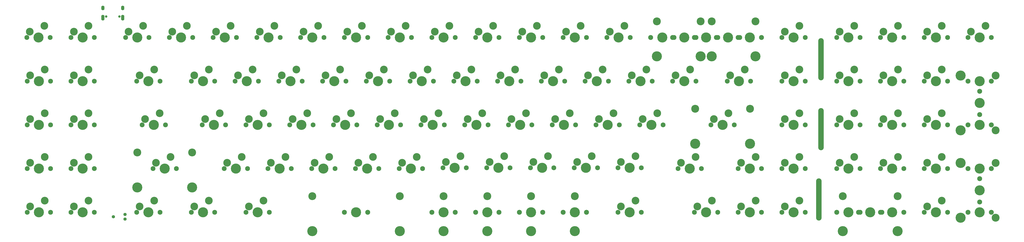
<source format=gts>
G04 #@! TF.GenerationSoftware,KiCad,Pcbnew,(5.0.0-rc2-dev-733-g23a9fcd91)*
G04 #@! TF.CreationDate,2018-05-24T07:34:15-04:00*
G04 #@! TF.ProjectId,90plus_col2row,3930706C75735F636F6C32726F772E6B,rev?*
G04 #@! TF.SameCoordinates,Original*
G04 #@! TF.FileFunction,Soldermask,Top*
G04 #@! TF.FilePolarity,Negative*
%FSLAX46Y46*%
G04 Gerber Fmt 4.6, Leading zero omitted, Abs format (unit mm)*
G04 Created by KiCad (PCBNEW (5.0.0-rc2-dev-733-g23a9fcd91)) date 05/24/18 07:34:15*
%MOMM*%
%LPD*%
G01*
G04 APERTURE LIST*
%ADD10O,2.400000X18.400000*%
%ADD11C,1.050000*%
%ADD12O,1.400000X2.000000*%
%ADD13O,1.400000X2.500000*%
%ADD14C,4.387800*%
%ADD15C,3.448000*%
%ADD16C,4.380180*%
%ADD17C,3.350000*%
%ADD18C,2.100000*%
%ADD19C,1.385520*%
%ADD20C,1.388060*%
%ADD21C,2.150000*%
G04 APERTURE END LIST*
D10*
X411956250Y-261937500D03*
X411956250Y-292417500D03*
X410990000Y-323020000D03*
D11*
X106490000Y-243260000D03*
D12*
X107920000Y-239580000D03*
X99280000Y-239580000D03*
D13*
X107920000Y-243760000D03*
D11*
X100710000Y-243260000D03*
D13*
X99280000Y-243760000D03*
D14*
X381031750Y-298767500D03*
X357155750Y-298767500D03*
D15*
X381031750Y-283527500D03*
X357155750Y-283527500D03*
D16*
X71437500Y-290512500D03*
D17*
X73977500Y-285432500D03*
X67627500Y-287972500D03*
D18*
X76517500Y-290512500D03*
X66357500Y-290512500D03*
D19*
X108900000Y-329554000D03*
X108900000Y-331586000D03*
D20*
X103820000Y-330570000D03*
D18*
X66152500Y-252412500D03*
X76312500Y-252412500D03*
D17*
X67422500Y-249872500D03*
X73772500Y-247332500D03*
D16*
X71232500Y-252412500D03*
D18*
X85407500Y-252412500D03*
X95567500Y-252412500D03*
D17*
X86677500Y-249872500D03*
X93027500Y-247332500D03*
D16*
X90487500Y-252412500D03*
X114300000Y-252412500D03*
D17*
X116840000Y-247332500D03*
X110490000Y-249872500D03*
D18*
X119380000Y-252412500D03*
X109220000Y-252412500D03*
D16*
X133350000Y-252412500D03*
D17*
X135890000Y-247332500D03*
X129540000Y-249872500D03*
D18*
X138430000Y-252412500D03*
X128270000Y-252412500D03*
D16*
X152400000Y-252412500D03*
D17*
X154940000Y-247332500D03*
X148590000Y-249872500D03*
D18*
X157480000Y-252412500D03*
X147320000Y-252412500D03*
D16*
X171450000Y-252412500D03*
D17*
X173990000Y-247332500D03*
X167640000Y-249872500D03*
D18*
X176530000Y-252412500D03*
X166370000Y-252412500D03*
D16*
X190500000Y-252412500D03*
D17*
X193040000Y-247332500D03*
X186690000Y-249872500D03*
D18*
X195580000Y-252412500D03*
X185420000Y-252412500D03*
D16*
X209550000Y-252412500D03*
D17*
X212090000Y-247332500D03*
X205740000Y-249872500D03*
D18*
X214630000Y-252412500D03*
X204470000Y-252412500D03*
D16*
X228600000Y-252412500D03*
D17*
X231140000Y-247332500D03*
X224790000Y-249872500D03*
D18*
X233680000Y-252412500D03*
X223520000Y-252412500D03*
D16*
X247650000Y-252412500D03*
D17*
X250190000Y-247332500D03*
X243840000Y-249872500D03*
D18*
X252730000Y-252412500D03*
X242570000Y-252412500D03*
D16*
X266700000Y-252412500D03*
D17*
X269240000Y-247332500D03*
X262890000Y-249872500D03*
D18*
X271780000Y-252412500D03*
X261620000Y-252412500D03*
D16*
X285750000Y-252412500D03*
D17*
X288290000Y-247332500D03*
X281940000Y-249872500D03*
D18*
X290830000Y-252412500D03*
X280670000Y-252412500D03*
D16*
X304800000Y-252412500D03*
D17*
X307340000Y-247332500D03*
X300990000Y-249872500D03*
D18*
X309880000Y-252412500D03*
X299720000Y-252412500D03*
D16*
X323850000Y-252412500D03*
D17*
X326390000Y-247332500D03*
X320040000Y-249872500D03*
D18*
X328930000Y-252412500D03*
X318770000Y-252412500D03*
D14*
X342900000Y-252412500D03*
D21*
X337820000Y-252412500D03*
X347980000Y-252412500D03*
D14*
X352425000Y-252412500D03*
D21*
X347345000Y-252412500D03*
X357505000Y-252412500D03*
D15*
X340487000Y-245427500D03*
X364363000Y-245427500D03*
D14*
X340487000Y-260667500D03*
X364363000Y-260667500D03*
X383413000Y-260667500D03*
X359537000Y-260667500D03*
D15*
X383413000Y-245427500D03*
X359537000Y-245427500D03*
D21*
X376555000Y-252412500D03*
X366395000Y-252412500D03*
D14*
X371475000Y-252412500D03*
D16*
X400050000Y-252412500D03*
D17*
X402590000Y-247332500D03*
X396240000Y-249872500D03*
D18*
X405130000Y-252412500D03*
X394970000Y-252412500D03*
D14*
X381000000Y-252412500D03*
D21*
X375920000Y-252412500D03*
X386080000Y-252412500D03*
X367030000Y-252412500D03*
X356870000Y-252412500D03*
D14*
X361950000Y-252412500D03*
D16*
X71437500Y-271462500D03*
D17*
X73977500Y-266382500D03*
X67627500Y-268922500D03*
D18*
X76517500Y-271462500D03*
X66357500Y-271462500D03*
X85407500Y-271462500D03*
X95567500Y-271462500D03*
D17*
X86677500Y-268922500D03*
X93027500Y-266382500D03*
D16*
X90487500Y-271462500D03*
X119062500Y-271462500D03*
D17*
X121602500Y-266382500D03*
X115252500Y-268922500D03*
D18*
X124142500Y-271462500D03*
X113982500Y-271462500D03*
D16*
X142875000Y-271462500D03*
D17*
X145415000Y-266382500D03*
X139065000Y-268922500D03*
D18*
X147955000Y-271462500D03*
X137795000Y-271462500D03*
D16*
X161925000Y-271462500D03*
D17*
X164465000Y-266382500D03*
X158115000Y-268922500D03*
D18*
X167005000Y-271462500D03*
X156845000Y-271462500D03*
D16*
X180975000Y-271462500D03*
D17*
X183515000Y-266382500D03*
X177165000Y-268922500D03*
D18*
X186055000Y-271462500D03*
X175895000Y-271462500D03*
X194945000Y-271462500D03*
X205105000Y-271462500D03*
D17*
X196215000Y-268922500D03*
X202565000Y-266382500D03*
D16*
X200025000Y-271462500D03*
D18*
X213995000Y-271462500D03*
X224155000Y-271462500D03*
D17*
X215265000Y-268922500D03*
X221615000Y-266382500D03*
D16*
X219075000Y-271462500D03*
D18*
X233045000Y-271462500D03*
X243205000Y-271462500D03*
D17*
X234315000Y-268922500D03*
X240665000Y-266382500D03*
D16*
X238125000Y-271462500D03*
D18*
X252095000Y-271462500D03*
X262255000Y-271462500D03*
D17*
X253365000Y-268922500D03*
X259715000Y-266382500D03*
D16*
X257175000Y-271462500D03*
D18*
X271145000Y-271462500D03*
X281305000Y-271462500D03*
D17*
X272415000Y-268922500D03*
X278765000Y-266382500D03*
D16*
X276225000Y-271462500D03*
D18*
X290195000Y-271462500D03*
X300355000Y-271462500D03*
D17*
X291465000Y-268922500D03*
X297815000Y-266382500D03*
D16*
X295275000Y-271462500D03*
X314325000Y-271462500D03*
D17*
X316865000Y-266382500D03*
X310515000Y-268922500D03*
D18*
X319405000Y-271462500D03*
X309245000Y-271462500D03*
D16*
X333375000Y-271462500D03*
D17*
X335915000Y-266382500D03*
X329565000Y-268922500D03*
D18*
X338455000Y-271462500D03*
X328295000Y-271462500D03*
D16*
X352425000Y-271462500D03*
D17*
X354965000Y-266382500D03*
X348615000Y-268922500D03*
D18*
X357505000Y-271462500D03*
X347345000Y-271462500D03*
D16*
X376237500Y-271462500D03*
D17*
X378777500Y-266382500D03*
X372427500Y-268922500D03*
D18*
X381317500Y-271462500D03*
X371157500Y-271462500D03*
D16*
X400050000Y-271462500D03*
D17*
X402590000Y-266382500D03*
X396240000Y-268922500D03*
D18*
X405130000Y-271462500D03*
X394970000Y-271462500D03*
D16*
X90487500Y-290512500D03*
D17*
X93027500Y-285432500D03*
X86677500Y-287972500D03*
D18*
X95567500Y-290512500D03*
X85407500Y-290512500D03*
D16*
X121443750Y-290512500D03*
D17*
X123983750Y-285432500D03*
X117633750Y-287972500D03*
D18*
X126523750Y-290512500D03*
X116363750Y-290512500D03*
X142557500Y-290512500D03*
X152717500Y-290512500D03*
D17*
X143827500Y-287972500D03*
X150177500Y-285432500D03*
D16*
X147637500Y-290512500D03*
D18*
X161607500Y-290512500D03*
X171767500Y-290512500D03*
D17*
X162877500Y-287972500D03*
X169227500Y-285432500D03*
D16*
X166687500Y-290512500D03*
D18*
X180657500Y-290512500D03*
X190817500Y-290512500D03*
D17*
X181927500Y-287972500D03*
X188277500Y-285432500D03*
D16*
X185737500Y-290512500D03*
X204787500Y-290512500D03*
D17*
X207327500Y-285432500D03*
X200977500Y-287972500D03*
D18*
X209867500Y-290512500D03*
X199707500Y-290512500D03*
D16*
X223837500Y-290512500D03*
D17*
X226377500Y-285432500D03*
X220027500Y-287972500D03*
D18*
X228917500Y-290512500D03*
X218757500Y-290512500D03*
D16*
X242887500Y-290512500D03*
D17*
X245427500Y-285432500D03*
X239077500Y-287972500D03*
D18*
X247967500Y-290512500D03*
X237807500Y-290512500D03*
X256857500Y-290512500D03*
X267017500Y-290512500D03*
D17*
X258127500Y-287972500D03*
X264477500Y-285432500D03*
D16*
X261937500Y-290512500D03*
D18*
X275907500Y-290512500D03*
X286067500Y-290512500D03*
D17*
X277177500Y-287972500D03*
X283527500Y-285432500D03*
D16*
X280987500Y-290512500D03*
D18*
X294957500Y-290512500D03*
X305117500Y-290512500D03*
D17*
X296227500Y-287972500D03*
X302577500Y-285432500D03*
D16*
X300037500Y-290512500D03*
X319087500Y-290512500D03*
D17*
X321627500Y-285432500D03*
X315277500Y-287972500D03*
D18*
X324167500Y-290512500D03*
X314007500Y-290512500D03*
D16*
X338137500Y-290512500D03*
D17*
X340677500Y-285432500D03*
X334327500Y-287972500D03*
D18*
X343217500Y-290512500D03*
X333057500Y-290512500D03*
D16*
X369093750Y-290512500D03*
D17*
X371633750Y-285432500D03*
X365283750Y-287972500D03*
D18*
X374173750Y-290512500D03*
X364013750Y-290512500D03*
X394970000Y-290512500D03*
X405130000Y-290512500D03*
D17*
X396240000Y-287972500D03*
X402590000Y-285432500D03*
D16*
X400050000Y-290512500D03*
D18*
X66357500Y-309562500D03*
X76517500Y-309562500D03*
D17*
X67627500Y-307022500D03*
X73977500Y-304482500D03*
D16*
X71437500Y-309562500D03*
D18*
X85407500Y-309562500D03*
X95567500Y-309562500D03*
D17*
X86677500Y-307022500D03*
X93027500Y-304482500D03*
D16*
X90487500Y-309562500D03*
D18*
X121126250Y-309562500D03*
X131286250Y-309562500D03*
D17*
X122396250Y-307022500D03*
X128746250Y-304482500D03*
D16*
X126206250Y-309562500D03*
D18*
X152082500Y-309562500D03*
X162242500Y-309562500D03*
D17*
X153352500Y-307022500D03*
X159702500Y-304482500D03*
D16*
X157162500Y-309562500D03*
D18*
X171132500Y-309562500D03*
X181292500Y-309562500D03*
D17*
X172402500Y-307022500D03*
X178752500Y-304482500D03*
D16*
X176212500Y-309562500D03*
D18*
X190182500Y-309562500D03*
X200342500Y-309562500D03*
D17*
X191452500Y-307022500D03*
X197802500Y-304482500D03*
D16*
X195262500Y-309562500D03*
X214312500Y-309562500D03*
D17*
X216852500Y-304482500D03*
X210502500Y-307022500D03*
D18*
X219392500Y-309562500D03*
X209232500Y-309562500D03*
X228282500Y-309562500D03*
X238442500Y-309562500D03*
D17*
X229552500Y-307022500D03*
X235902500Y-304482500D03*
D16*
X233362500Y-309562500D03*
D18*
X247332500Y-309245000D03*
X257492500Y-309245000D03*
D17*
X248602500Y-306705000D03*
X254952500Y-304165000D03*
D16*
X252412500Y-309245000D03*
D18*
X266382500Y-309245000D03*
X276542500Y-309245000D03*
D17*
X267652500Y-306705000D03*
X274002500Y-304165000D03*
D16*
X271462500Y-309245000D03*
D18*
X285432500Y-309245000D03*
X295592500Y-309245000D03*
D17*
X286702500Y-306705000D03*
X293052500Y-304165000D03*
D16*
X290512500Y-309245000D03*
D18*
X304482500Y-309245000D03*
X314642500Y-309245000D03*
D17*
X305752500Y-306705000D03*
X312102500Y-304165000D03*
D16*
X309562500Y-309245000D03*
D18*
X323532500Y-309245000D03*
X333692500Y-309245000D03*
D17*
X324802500Y-306705000D03*
X331152500Y-304165000D03*
D16*
X328612500Y-309245000D03*
X354806250Y-309562500D03*
D17*
X357346250Y-304482500D03*
X350996250Y-307022500D03*
D18*
X359886250Y-309562500D03*
X349726250Y-309562500D03*
X375920000Y-309562500D03*
X386080000Y-309562500D03*
D17*
X377190000Y-307022500D03*
X383540000Y-304482500D03*
D16*
X381000000Y-309562500D03*
D18*
X394970000Y-309562500D03*
X405130000Y-309562500D03*
D17*
X396240000Y-307022500D03*
X402590000Y-304482500D03*
D16*
X400050000Y-309562500D03*
D18*
X66357500Y-328612500D03*
X76517500Y-328612500D03*
D17*
X67627500Y-326072500D03*
X73977500Y-323532500D03*
D16*
X71437500Y-328612500D03*
X90487500Y-328612500D03*
D17*
X93027500Y-323532500D03*
X86677500Y-326072500D03*
D18*
X95567500Y-328612500D03*
X85407500Y-328612500D03*
X113982500Y-328612500D03*
X124142500Y-328612500D03*
D17*
X115252500Y-326072500D03*
X121602500Y-323532500D03*
D16*
X119062500Y-328612500D03*
D18*
X137795000Y-328612500D03*
X147955000Y-328612500D03*
D17*
X139065000Y-326072500D03*
X145415000Y-323532500D03*
D16*
X142875000Y-328612500D03*
X166687500Y-328612500D03*
D17*
X169227500Y-323532500D03*
X162877500Y-326072500D03*
D18*
X171767500Y-328612500D03*
X161607500Y-328612500D03*
D14*
X228600000Y-336867500D03*
X190500000Y-336867500D03*
D15*
X228600000Y-321627500D03*
X190500000Y-321627500D03*
D21*
X214630000Y-328612500D03*
X204470000Y-328612500D03*
D14*
X209550000Y-328612500D03*
X247650000Y-328612500D03*
D21*
X242570000Y-328612500D03*
X252730000Y-328612500D03*
D15*
X190500000Y-321627500D03*
X304800000Y-321627500D03*
D14*
X190500000Y-336867500D03*
X304800000Y-336867500D03*
X285750000Y-328612500D03*
D21*
X280670000Y-328612500D03*
X290830000Y-328612500D03*
D15*
X266700000Y-321627500D03*
X304800000Y-321627500D03*
D14*
X266700000Y-336867500D03*
X304800000Y-336867500D03*
D21*
X309880000Y-328612500D03*
X299720000Y-328612500D03*
D14*
X304800000Y-328612500D03*
D18*
X323532500Y-328612500D03*
X333692500Y-328612500D03*
D17*
X324802500Y-326072500D03*
X331152500Y-323532500D03*
D16*
X328612500Y-328612500D03*
D18*
X356870000Y-328612500D03*
X367030000Y-328612500D03*
D17*
X358140000Y-326072500D03*
X364490000Y-323532500D03*
D16*
X361950000Y-328612500D03*
D18*
X375920000Y-328612500D03*
X386080000Y-328612500D03*
D17*
X377190000Y-326072500D03*
X383540000Y-323532500D03*
D16*
X381000000Y-328612500D03*
D18*
X394970000Y-328612500D03*
X405130000Y-328612500D03*
D17*
X396240000Y-326072500D03*
X402590000Y-323532500D03*
D16*
X400050000Y-328612500D03*
D15*
X285750000Y-321627500D03*
D14*
X285750000Y-336867500D03*
X266700000Y-328612500D03*
D21*
X261620000Y-328612500D03*
X271780000Y-328612500D03*
D15*
X247650000Y-321627500D03*
X285750000Y-321627500D03*
D14*
X247650000Y-336867500D03*
X285750000Y-336867500D03*
X138144250Y-317817500D03*
X114268250Y-317817500D03*
D15*
X138144250Y-302577500D03*
X114268250Y-302577500D03*
D16*
X423862500Y-252412500D03*
D17*
X426402500Y-247332500D03*
X420052500Y-249872500D03*
D18*
X428942500Y-252412500D03*
X418782500Y-252412500D03*
X437832500Y-252412500D03*
X447992500Y-252412500D03*
D17*
X439102500Y-249872500D03*
X445452500Y-247332500D03*
D16*
X442912500Y-252412500D03*
X461962500Y-252412500D03*
D17*
X464502500Y-247332500D03*
X458152500Y-249872500D03*
D18*
X467042500Y-252412500D03*
X456882500Y-252412500D03*
X475932500Y-252412500D03*
X486092500Y-252412500D03*
D17*
X477202500Y-249872500D03*
X483552500Y-247332500D03*
D16*
X481012500Y-252412500D03*
D18*
X418782500Y-271462500D03*
X428942500Y-271462500D03*
D17*
X420052500Y-268922500D03*
X426402500Y-266382500D03*
D16*
X423862500Y-271462500D03*
X442912500Y-271462500D03*
D17*
X445452500Y-266382500D03*
X439102500Y-268922500D03*
D18*
X447992500Y-271462500D03*
X437832500Y-271462500D03*
X456882500Y-271462500D03*
X467042500Y-271462500D03*
D17*
X458152500Y-268922500D03*
X464502500Y-266382500D03*
D16*
X461962500Y-271462500D03*
D21*
X486092500Y-271462500D03*
X475932500Y-271462500D03*
D14*
X481012500Y-271462500D03*
D16*
X423862500Y-290512500D03*
D17*
X426402500Y-285432500D03*
X420052500Y-287972500D03*
D18*
X428942500Y-290512500D03*
X418782500Y-290512500D03*
X437832500Y-290512500D03*
X447992500Y-290512500D03*
D17*
X439102500Y-287972500D03*
X445452500Y-285432500D03*
D16*
X442912500Y-290512500D03*
D18*
X456882500Y-290512500D03*
X467042500Y-290512500D03*
D17*
X458152500Y-287972500D03*
X464502500Y-285432500D03*
D16*
X461962500Y-290512500D03*
D14*
X481012500Y-290512500D03*
D21*
X475932500Y-290512500D03*
X486092500Y-290512500D03*
D16*
X423862500Y-309562500D03*
D17*
X426402500Y-304482500D03*
X420052500Y-307022500D03*
D18*
X428942500Y-309562500D03*
X418782500Y-309562500D03*
X437832500Y-309562500D03*
X447992500Y-309562500D03*
D17*
X439102500Y-307022500D03*
X445452500Y-304482500D03*
D16*
X442912500Y-309562500D03*
X461962500Y-309562500D03*
D17*
X464502500Y-304482500D03*
X458152500Y-307022500D03*
D18*
X467042500Y-309562500D03*
X456882500Y-309562500D03*
D14*
X481012500Y-309562500D03*
D21*
X475932500Y-309562500D03*
X486092500Y-309562500D03*
D14*
X423862500Y-328612500D03*
D21*
X418782500Y-328612500D03*
X428942500Y-328612500D03*
X447992500Y-328612500D03*
X437832500Y-328612500D03*
D14*
X442912500Y-328612500D03*
D16*
X461962500Y-328612500D03*
D17*
X464502500Y-323532500D03*
X458152500Y-326072500D03*
D18*
X467042500Y-328612500D03*
X456882500Y-328612500D03*
D21*
X486092500Y-328612500D03*
X475932500Y-328612500D03*
D14*
X481012500Y-328612500D03*
X433387500Y-328612500D03*
D21*
X428307500Y-328612500D03*
X438467500Y-328612500D03*
D15*
X421449500Y-321627500D03*
X445325500Y-321627500D03*
D14*
X421449500Y-336867500D03*
X445325500Y-336867500D03*
X481012500Y-280987500D03*
D21*
X481012500Y-286067500D03*
X481012500Y-275907500D03*
D15*
X487997500Y-292925500D03*
X487997500Y-269049500D03*
D14*
X472757500Y-292925500D03*
X472757500Y-269049500D03*
X472757500Y-307149500D03*
X472757500Y-331025500D03*
D15*
X487997500Y-307149500D03*
X487997500Y-331025500D03*
D21*
X481012500Y-314007500D03*
X481012500Y-324167500D03*
D14*
X481012500Y-319087500D03*
M02*

</source>
